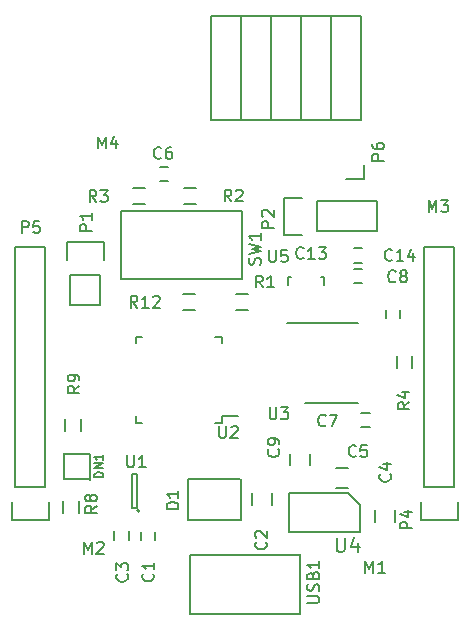
<source format=gto>
G04 #@! TF.FileFunction,Legend,Top*
%FSLAX46Y46*%
G04 Gerber Fmt 4.6, Leading zero omitted, Abs format (unit mm)*
G04 Created by KiCad (PCBNEW 4.0.2-stable) date 4/9/2016 9:23:23 PM*
%MOMM*%
G01*
G04 APERTURE LIST*
%ADD10C,0.100000*%
%ADD11C,0.150000*%
G04 APERTURE END LIST*
D10*
D11*
X93035680Y-120533680D02*
X93035680Y-121233680D01*
X91835680Y-121233680D02*
X91835680Y-120533680D01*
X101288480Y-117229000D02*
X101288480Y-118229000D01*
X102988480Y-118229000D02*
X102988480Y-117229000D01*
X90820800Y-120493040D02*
X90820800Y-121193040D01*
X89620800Y-121193040D02*
X89620800Y-120493040D01*
X113360000Y-119710000D02*
X113360000Y-118710000D01*
X111660000Y-118710000D02*
X111660000Y-119710000D01*
X108370000Y-116780000D02*
X109370000Y-116780000D01*
X109370000Y-115080000D02*
X108370000Y-115080000D01*
X94144580Y-90846200D02*
X93444580Y-90846200D01*
X93444580Y-89646200D02*
X94144580Y-89646200D01*
X110515920Y-110448800D02*
X111215920Y-110448800D01*
X111215920Y-111648800D02*
X110515920Y-111648800D01*
X112600000Y-102400000D02*
X112600000Y-101700000D01*
X113800000Y-101700000D02*
X113800000Y-102400000D01*
X104500000Y-113900000D02*
X104500000Y-114900000D01*
X106200000Y-114900000D02*
X106200000Y-113900000D01*
X109880000Y-96520000D02*
X110580000Y-96520000D01*
X110580000Y-97720000D02*
X109880000Y-97720000D01*
X109880000Y-98250000D02*
X110580000Y-98250000D01*
X110580000Y-99450000D02*
X109880000Y-99450000D01*
X97769680Y-85658960D02*
X97769680Y-76828960D01*
X100309680Y-85658960D02*
X97769680Y-85658960D01*
X100309680Y-76828960D02*
X97769680Y-76828960D01*
X97769680Y-76828960D02*
X97769680Y-85658960D01*
X100309680Y-76828960D02*
X100309680Y-85658960D01*
X102849680Y-76828960D02*
X100309680Y-76828960D01*
X102849680Y-85658960D02*
X100309680Y-85658960D01*
X100309680Y-85658960D02*
X100309680Y-76828960D01*
X102849680Y-85658960D02*
X102849680Y-76828960D01*
X105389680Y-85658960D02*
X102849680Y-85658960D01*
X105389680Y-76828960D02*
X102849680Y-76828960D01*
X102849680Y-76828960D02*
X102849680Y-85658960D01*
X105389680Y-76828960D02*
X105389680Y-85658960D01*
X107929680Y-76828960D02*
X105389680Y-76828960D01*
X107929680Y-85658960D02*
X105389680Y-85658960D01*
X105389680Y-85658960D02*
X105389680Y-76828960D01*
X107929680Y-85658960D02*
X107929680Y-76828960D01*
X110469680Y-85658960D02*
X107929680Y-85658960D01*
X109199680Y-90618960D02*
X110749680Y-90618960D01*
X110749680Y-90618960D02*
X110749680Y-89468960D01*
X110469680Y-85658960D02*
X110469680Y-76828960D01*
X110469680Y-76828960D02*
X107929680Y-76828960D01*
X107929680Y-76828960D02*
X107929680Y-85658960D01*
X100944300Y-101767000D02*
X99944300Y-101767000D01*
X99944300Y-100417000D02*
X100944300Y-100417000D01*
X96529780Y-92737300D02*
X95529780Y-92737300D01*
X95529780Y-91387300D02*
X96529780Y-91387300D01*
X92171140Y-92765240D02*
X91171140Y-92765240D01*
X91171140Y-91415240D02*
X92171140Y-91415240D01*
X113500000Y-106650000D02*
X113500000Y-105650000D01*
X114850000Y-105650000D02*
X114850000Y-106650000D01*
X86587960Y-117904640D02*
X86587960Y-118904640D01*
X85237960Y-118904640D02*
X85237960Y-117904640D01*
X85420840Y-111955200D02*
X85420840Y-110955200D01*
X86770840Y-110955200D02*
X86770840Y-111955200D01*
X95443420Y-100424620D02*
X96443420Y-100424620D01*
X96443420Y-101774620D02*
X95443420Y-101774620D01*
X91718080Y-118743200D02*
G75*
G03X91718080Y-118743200I-100000J0D01*
G01*
X91068080Y-118493200D02*
X91568080Y-118493200D01*
X91068080Y-115593200D02*
X91068080Y-118493200D01*
X91568080Y-115593200D02*
X91068080Y-115593200D01*
X91568080Y-118493200D02*
X91568080Y-115593200D01*
X98697200Y-111270200D02*
X98697200Y-110745200D01*
X91447200Y-111270200D02*
X91447200Y-110745200D01*
X91447200Y-104020200D02*
X91447200Y-104545200D01*
X98697200Y-104020200D02*
X98697200Y-104545200D01*
X98697200Y-111270200D02*
X98172200Y-111270200D01*
X98697200Y-104020200D02*
X98172200Y-104020200D01*
X91447200Y-104020200D02*
X91972200Y-104020200D01*
X91447200Y-111270200D02*
X91972200Y-111270200D01*
X98697200Y-110745200D02*
X100072200Y-110745200D01*
X105755480Y-109587640D02*
X110205480Y-109587640D01*
X104230480Y-102837640D02*
X110205480Y-102837640D01*
X107146040Y-98938080D02*
X107097780Y-98938080D01*
X104347060Y-99639120D02*
X104347060Y-98938080D01*
X104347060Y-98938080D02*
X104595980Y-98938080D01*
X107146040Y-98938080D02*
X107346700Y-98938080D01*
X107346700Y-98938080D02*
X107346700Y-99639120D01*
X95976440Y-122445780D02*
X105285540Y-122445780D01*
X95989140Y-122864880D02*
X95989140Y-122471180D01*
X105310940Y-122433080D02*
X105310940Y-127487680D01*
X105310940Y-127487680D02*
X96065340Y-127487680D01*
X95989140Y-127462280D02*
X95989140Y-122763280D01*
X85387180Y-113893600D02*
X87533480Y-113893600D01*
X87533480Y-113893600D02*
X87520780Y-113919000D01*
X85387180Y-116090700D02*
X85387180Y-113881400D01*
X87533480Y-116090700D02*
X85412580Y-116090700D01*
X87533480Y-113919000D02*
X87533480Y-116103400D01*
X85600000Y-95950000D02*
X85600000Y-97500000D01*
X85880000Y-101310000D02*
X85880000Y-98770000D01*
X85880000Y-98770000D02*
X88420000Y-98770000D01*
X88700000Y-97500000D02*
X88700000Y-95950000D01*
X88700000Y-95950000D02*
X85600000Y-95950000D01*
X88420000Y-98770000D02*
X88420000Y-101310000D01*
X88420000Y-101310000D02*
X85880000Y-101310000D01*
X105481120Y-92267440D02*
X103931120Y-92267440D01*
X103931120Y-92267440D02*
X103931120Y-95367440D01*
X103931120Y-95367440D02*
X105481120Y-95367440D01*
X106751120Y-92547440D02*
X111831120Y-92547440D01*
X111831120Y-92547440D02*
X111831120Y-95087440D01*
X111831120Y-95087440D02*
X106751120Y-95087440D01*
X106751120Y-95087440D02*
X106751120Y-92547440D01*
X110401360Y-118239700D02*
X109401360Y-117239700D01*
X109401360Y-117239700D02*
X104401360Y-117239700D01*
X104401360Y-117239700D02*
X104401360Y-120529700D01*
X104401360Y-120529700D02*
X110401360Y-120529700D01*
X110401360Y-120529700D02*
X110401360Y-118239700D01*
X81230000Y-116730000D02*
X81230000Y-96410000D01*
X81230000Y-96410000D02*
X83770000Y-96410000D01*
X83770000Y-96410000D02*
X83770000Y-116730000D01*
X80950000Y-119550000D02*
X80950000Y-118000000D01*
X81230000Y-116730000D02*
X83770000Y-116730000D01*
X84050000Y-118000000D02*
X84050000Y-119550000D01*
X84050000Y-119550000D02*
X80950000Y-119550000D01*
X90175080Y-93337380D02*
X90175080Y-99153980D01*
X90187780Y-99153980D02*
X100423980Y-99153980D01*
X100423980Y-93337380D02*
X100423980Y-99153980D01*
X90149680Y-93337380D02*
X100385880Y-93337380D01*
X115854480Y-116730000D02*
X115854480Y-96410000D01*
X115854480Y-96410000D02*
X118394480Y-96410000D01*
X118394480Y-96410000D02*
X118394480Y-116730000D01*
X115574480Y-119550000D02*
X115574480Y-118000000D01*
X115854480Y-116730000D02*
X118394480Y-116730000D01*
X118674480Y-118000000D02*
X118674480Y-119550000D01*
X118674480Y-119550000D02*
X115574480Y-119550000D01*
X95811340Y-116039900D02*
X95811340Y-119532400D01*
X95862140Y-119557800D02*
X100294440Y-119557800D01*
X100294440Y-116065300D02*
X100294440Y-119557800D01*
X95811340Y-116052600D02*
X100243640Y-116052600D01*
X87044476Y-122364381D02*
X87044476Y-121364381D01*
X87377810Y-122078667D01*
X87711143Y-121364381D01*
X87711143Y-122364381D01*
X88139714Y-121459619D02*
X88187333Y-121412000D01*
X88282571Y-121364381D01*
X88520667Y-121364381D01*
X88615905Y-121412000D01*
X88663524Y-121459619D01*
X88711143Y-121554857D01*
X88711143Y-121650095D01*
X88663524Y-121792952D01*
X88092095Y-122364381D01*
X88711143Y-122364381D01*
X110870476Y-123992381D02*
X110870476Y-122992381D01*
X111203810Y-123706667D01*
X111537143Y-122992381D01*
X111537143Y-123992381D01*
X112537143Y-123992381D02*
X111965714Y-123992381D01*
X112251428Y-123992381D02*
X112251428Y-122992381D01*
X112156190Y-123135238D01*
X112060952Y-123230476D01*
X111965714Y-123278095D01*
X116210476Y-93432381D02*
X116210476Y-92432381D01*
X116543810Y-93146667D01*
X116877143Y-92432381D01*
X116877143Y-93432381D01*
X117258095Y-92432381D02*
X117877143Y-92432381D01*
X117543809Y-92813333D01*
X117686667Y-92813333D01*
X117781905Y-92860952D01*
X117829524Y-92908571D01*
X117877143Y-93003810D01*
X117877143Y-93241905D01*
X117829524Y-93337143D01*
X117781905Y-93384762D01*
X117686667Y-93432381D01*
X117400952Y-93432381D01*
X117305714Y-93384762D01*
X117258095Y-93337143D01*
X92869023Y-124072946D02*
X92916642Y-124120565D01*
X92964261Y-124263422D01*
X92964261Y-124358660D01*
X92916642Y-124501518D01*
X92821404Y-124596756D01*
X92726166Y-124644375D01*
X92535690Y-124691994D01*
X92392832Y-124691994D01*
X92202356Y-124644375D01*
X92107118Y-124596756D01*
X92011880Y-124501518D01*
X91964261Y-124358660D01*
X91964261Y-124263422D01*
X92011880Y-124120565D01*
X92059499Y-124072946D01*
X92964261Y-123120565D02*
X92964261Y-123691994D01*
X92964261Y-123406280D02*
X91964261Y-123406280D01*
X92107118Y-123501518D01*
X92202356Y-123596756D01*
X92249975Y-123691994D01*
X102437143Y-121396666D02*
X102484762Y-121444285D01*
X102532381Y-121587142D01*
X102532381Y-121682380D01*
X102484762Y-121825238D01*
X102389524Y-121920476D01*
X102294286Y-121968095D01*
X102103810Y-122015714D01*
X101960952Y-122015714D01*
X101770476Y-121968095D01*
X101675238Y-121920476D01*
X101580000Y-121825238D01*
X101532381Y-121682380D01*
X101532381Y-121587142D01*
X101580000Y-121444285D01*
X101627619Y-121396666D01*
X101627619Y-121015714D02*
X101580000Y-120968095D01*
X101532381Y-120872857D01*
X101532381Y-120634761D01*
X101580000Y-120539523D01*
X101627619Y-120491904D01*
X101722857Y-120444285D01*
X101818095Y-120444285D01*
X101960952Y-120491904D01*
X102532381Y-121063333D01*
X102532381Y-120444285D01*
X90679543Y-124108506D02*
X90727162Y-124156125D01*
X90774781Y-124298982D01*
X90774781Y-124394220D01*
X90727162Y-124537078D01*
X90631924Y-124632316D01*
X90536686Y-124679935D01*
X90346210Y-124727554D01*
X90203352Y-124727554D01*
X90012876Y-124679935D01*
X89917638Y-124632316D01*
X89822400Y-124537078D01*
X89774781Y-124394220D01*
X89774781Y-124298982D01*
X89822400Y-124156125D01*
X89870019Y-124108506D01*
X89774781Y-123775173D02*
X89774781Y-123156125D01*
X90155733Y-123489459D01*
X90155733Y-123346601D01*
X90203352Y-123251363D01*
X90250971Y-123203744D01*
X90346210Y-123156125D01*
X90584305Y-123156125D01*
X90679543Y-123203744D01*
X90727162Y-123251363D01*
X90774781Y-123346601D01*
X90774781Y-123632316D01*
X90727162Y-123727554D01*
X90679543Y-123775173D01*
X112943343Y-115642866D02*
X112990962Y-115690485D01*
X113038581Y-115833342D01*
X113038581Y-115928580D01*
X112990962Y-116071438D01*
X112895724Y-116166676D01*
X112800486Y-116214295D01*
X112610010Y-116261914D01*
X112467152Y-116261914D01*
X112276676Y-116214295D01*
X112181438Y-116166676D01*
X112086200Y-116071438D01*
X112038581Y-115928580D01*
X112038581Y-115833342D01*
X112086200Y-115690485D01*
X112133819Y-115642866D01*
X112371914Y-114785723D02*
X113038581Y-114785723D01*
X111990962Y-115023819D02*
X112705248Y-115261914D01*
X112705248Y-114642866D01*
X110059694Y-114082423D02*
X110012075Y-114130042D01*
X109869218Y-114177661D01*
X109773980Y-114177661D01*
X109631122Y-114130042D01*
X109535884Y-114034804D01*
X109488265Y-113939566D01*
X109440646Y-113749090D01*
X109440646Y-113606232D01*
X109488265Y-113415756D01*
X109535884Y-113320518D01*
X109631122Y-113225280D01*
X109773980Y-113177661D01*
X109869218Y-113177661D01*
X110012075Y-113225280D01*
X110059694Y-113272899D01*
X110964456Y-113177661D02*
X110488265Y-113177661D01*
X110440646Y-113653851D01*
X110488265Y-113606232D01*
X110583503Y-113558613D01*
X110821599Y-113558613D01*
X110916837Y-113606232D01*
X110964456Y-113653851D01*
X111012075Y-113749090D01*
X111012075Y-113987185D01*
X110964456Y-114082423D01*
X110916837Y-114130042D01*
X110821599Y-114177661D01*
X110583503Y-114177661D01*
X110488265Y-114130042D01*
X110440646Y-114082423D01*
X93573334Y-88847143D02*
X93525715Y-88894762D01*
X93382858Y-88942381D01*
X93287620Y-88942381D01*
X93144762Y-88894762D01*
X93049524Y-88799524D01*
X93001905Y-88704286D01*
X92954286Y-88513810D01*
X92954286Y-88370952D01*
X93001905Y-88180476D01*
X93049524Y-88085238D01*
X93144762Y-87990000D01*
X93287620Y-87942381D01*
X93382858Y-87942381D01*
X93525715Y-87990000D01*
X93573334Y-88037619D01*
X94430477Y-87942381D02*
X94240000Y-87942381D01*
X94144762Y-87990000D01*
X94097143Y-88037619D01*
X94001905Y-88180476D01*
X93954286Y-88370952D01*
X93954286Y-88751905D01*
X94001905Y-88847143D01*
X94049524Y-88894762D01*
X94144762Y-88942381D01*
X94335239Y-88942381D01*
X94430477Y-88894762D01*
X94478096Y-88847143D01*
X94525715Y-88751905D01*
X94525715Y-88513810D01*
X94478096Y-88418571D01*
X94430477Y-88370952D01*
X94335239Y-88323333D01*
X94144762Y-88323333D01*
X94049524Y-88370952D01*
X94001905Y-88418571D01*
X93954286Y-88513810D01*
X107498854Y-111494843D02*
X107451235Y-111542462D01*
X107308378Y-111590081D01*
X107213140Y-111590081D01*
X107070282Y-111542462D01*
X106975044Y-111447224D01*
X106927425Y-111351986D01*
X106879806Y-111161510D01*
X106879806Y-111018652D01*
X106927425Y-110828176D01*
X106975044Y-110732938D01*
X107070282Y-110637700D01*
X107213140Y-110590081D01*
X107308378Y-110590081D01*
X107451235Y-110637700D01*
X107498854Y-110685319D01*
X107832187Y-110590081D02*
X108498854Y-110590081D01*
X108070282Y-111590081D01*
X113413334Y-99297143D02*
X113365715Y-99344762D01*
X113222858Y-99392381D01*
X113127620Y-99392381D01*
X112984762Y-99344762D01*
X112889524Y-99249524D01*
X112841905Y-99154286D01*
X112794286Y-98963810D01*
X112794286Y-98820952D01*
X112841905Y-98630476D01*
X112889524Y-98535238D01*
X112984762Y-98440000D01*
X113127620Y-98392381D01*
X113222858Y-98392381D01*
X113365715Y-98440000D01*
X113413334Y-98487619D01*
X113984762Y-98820952D02*
X113889524Y-98773333D01*
X113841905Y-98725714D01*
X113794286Y-98630476D01*
X113794286Y-98582857D01*
X113841905Y-98487619D01*
X113889524Y-98440000D01*
X113984762Y-98392381D01*
X114175239Y-98392381D01*
X114270477Y-98440000D01*
X114318096Y-98487619D01*
X114365715Y-98582857D01*
X114365715Y-98630476D01*
X114318096Y-98725714D01*
X114270477Y-98773333D01*
X114175239Y-98820952D01*
X113984762Y-98820952D01*
X113889524Y-98868571D01*
X113841905Y-98916190D01*
X113794286Y-99011429D01*
X113794286Y-99201905D01*
X113841905Y-99297143D01*
X113889524Y-99344762D01*
X113984762Y-99392381D01*
X114175239Y-99392381D01*
X114270477Y-99344762D01*
X114318096Y-99297143D01*
X114365715Y-99201905D01*
X114365715Y-99011429D01*
X114318096Y-98916190D01*
X114270477Y-98868571D01*
X114175239Y-98820952D01*
X103482143Y-113541666D02*
X103529762Y-113589285D01*
X103577381Y-113732142D01*
X103577381Y-113827380D01*
X103529762Y-113970238D01*
X103434524Y-114065476D01*
X103339286Y-114113095D01*
X103148810Y-114160714D01*
X103005952Y-114160714D01*
X102815476Y-114113095D01*
X102720238Y-114065476D01*
X102625000Y-113970238D01*
X102577381Y-113827380D01*
X102577381Y-113732142D01*
X102625000Y-113589285D01*
X102672619Y-113541666D01*
X103577381Y-113065476D02*
X103577381Y-112875000D01*
X103529762Y-112779761D01*
X103482143Y-112732142D01*
X103339286Y-112636904D01*
X103148810Y-112589285D01*
X102767857Y-112589285D01*
X102672619Y-112636904D01*
X102625000Y-112684523D01*
X102577381Y-112779761D01*
X102577381Y-112970238D01*
X102625000Y-113065476D01*
X102672619Y-113113095D01*
X102767857Y-113160714D01*
X103005952Y-113160714D01*
X103101190Y-113113095D01*
X103148810Y-113065476D01*
X103196429Y-112970238D01*
X103196429Y-112779761D01*
X103148810Y-112684523D01*
X103101190Y-112636904D01*
X103005952Y-112589285D01*
X105627143Y-97327143D02*
X105579524Y-97374762D01*
X105436667Y-97422381D01*
X105341429Y-97422381D01*
X105198571Y-97374762D01*
X105103333Y-97279524D01*
X105055714Y-97184286D01*
X105008095Y-96993810D01*
X105008095Y-96850952D01*
X105055714Y-96660476D01*
X105103333Y-96565238D01*
X105198571Y-96470000D01*
X105341429Y-96422381D01*
X105436667Y-96422381D01*
X105579524Y-96470000D01*
X105627143Y-96517619D01*
X106579524Y-97422381D02*
X106008095Y-97422381D01*
X106293809Y-97422381D02*
X106293809Y-96422381D01*
X106198571Y-96565238D01*
X106103333Y-96660476D01*
X106008095Y-96708095D01*
X106912857Y-96422381D02*
X107531905Y-96422381D01*
X107198571Y-96803333D01*
X107341429Y-96803333D01*
X107436667Y-96850952D01*
X107484286Y-96898571D01*
X107531905Y-96993810D01*
X107531905Y-97231905D01*
X107484286Y-97327143D01*
X107436667Y-97374762D01*
X107341429Y-97422381D01*
X107055714Y-97422381D01*
X106960476Y-97374762D01*
X106912857Y-97327143D01*
X113117143Y-97487143D02*
X113069524Y-97534762D01*
X112926667Y-97582381D01*
X112831429Y-97582381D01*
X112688571Y-97534762D01*
X112593333Y-97439524D01*
X112545714Y-97344286D01*
X112498095Y-97153810D01*
X112498095Y-97010952D01*
X112545714Y-96820476D01*
X112593333Y-96725238D01*
X112688571Y-96630000D01*
X112831429Y-96582381D01*
X112926667Y-96582381D01*
X113069524Y-96630000D01*
X113117143Y-96677619D01*
X114069524Y-97582381D02*
X113498095Y-97582381D01*
X113783809Y-97582381D02*
X113783809Y-96582381D01*
X113688571Y-96725238D01*
X113593333Y-96820476D01*
X113498095Y-96868095D01*
X114926667Y-96915714D02*
X114926667Y-97582381D01*
X114688571Y-96534762D02*
X114450476Y-97249048D01*
X115069524Y-97249048D01*
X112432381Y-89088095D02*
X111432381Y-89088095D01*
X111432381Y-88707142D01*
X111480000Y-88611904D01*
X111527619Y-88564285D01*
X111622857Y-88516666D01*
X111765714Y-88516666D01*
X111860952Y-88564285D01*
X111908571Y-88611904D01*
X111956190Y-88707142D01*
X111956190Y-89088095D01*
X111432381Y-87659523D02*
X111432381Y-87850000D01*
X111480000Y-87945238D01*
X111527619Y-87992857D01*
X111670476Y-88088095D01*
X111860952Y-88135714D01*
X112241905Y-88135714D01*
X112337143Y-88088095D01*
X112384762Y-88040476D01*
X112432381Y-87945238D01*
X112432381Y-87754761D01*
X112384762Y-87659523D01*
X112337143Y-87611904D01*
X112241905Y-87564285D01*
X112003810Y-87564285D01*
X111908571Y-87611904D01*
X111860952Y-87659523D01*
X111813333Y-87754761D01*
X111813333Y-87945238D01*
X111860952Y-88040476D01*
X111908571Y-88088095D01*
X112003810Y-88135714D01*
X102169934Y-99829881D02*
X101836600Y-99353690D01*
X101598505Y-99829881D02*
X101598505Y-98829881D01*
X101979458Y-98829881D01*
X102074696Y-98877500D01*
X102122315Y-98925119D01*
X102169934Y-99020357D01*
X102169934Y-99163214D01*
X102122315Y-99258452D01*
X102074696Y-99306071D01*
X101979458Y-99353690D01*
X101598505Y-99353690D01*
X103122315Y-99829881D02*
X102550886Y-99829881D01*
X102836600Y-99829881D02*
X102836600Y-98829881D01*
X102741362Y-98972738D01*
X102646124Y-99067976D01*
X102550886Y-99115595D01*
X99510554Y-92540081D02*
X99177220Y-92063890D01*
X98939125Y-92540081D02*
X98939125Y-91540081D01*
X99320078Y-91540081D01*
X99415316Y-91587700D01*
X99462935Y-91635319D01*
X99510554Y-91730557D01*
X99510554Y-91873414D01*
X99462935Y-91968652D01*
X99415316Y-92016271D01*
X99320078Y-92063890D01*
X98939125Y-92063890D01*
X99891506Y-91635319D02*
X99939125Y-91587700D01*
X100034363Y-91540081D01*
X100272459Y-91540081D01*
X100367697Y-91587700D01*
X100415316Y-91635319D01*
X100462935Y-91730557D01*
X100462935Y-91825795D01*
X100415316Y-91968652D01*
X99843887Y-92540081D01*
X100462935Y-92540081D01*
X88083334Y-92582381D02*
X87750000Y-92106190D01*
X87511905Y-92582381D02*
X87511905Y-91582381D01*
X87892858Y-91582381D01*
X87988096Y-91630000D01*
X88035715Y-91677619D01*
X88083334Y-91772857D01*
X88083334Y-91915714D01*
X88035715Y-92010952D01*
X87988096Y-92058571D01*
X87892858Y-92106190D01*
X87511905Y-92106190D01*
X88416667Y-91582381D02*
X89035715Y-91582381D01*
X88702381Y-91963333D01*
X88845239Y-91963333D01*
X88940477Y-92010952D01*
X88988096Y-92058571D01*
X89035715Y-92153810D01*
X89035715Y-92391905D01*
X88988096Y-92487143D01*
X88940477Y-92534762D01*
X88845239Y-92582381D01*
X88559524Y-92582381D01*
X88464286Y-92534762D01*
X88416667Y-92487143D01*
X114589281Y-109567866D02*
X114113090Y-109901200D01*
X114589281Y-110139295D02*
X113589281Y-110139295D01*
X113589281Y-109758342D01*
X113636900Y-109663104D01*
X113684519Y-109615485D01*
X113779757Y-109567866D01*
X113922614Y-109567866D01*
X114017852Y-109615485D01*
X114065471Y-109663104D01*
X114113090Y-109758342D01*
X114113090Y-110139295D01*
X113922614Y-108710723D02*
X114589281Y-108710723D01*
X113541662Y-108948819D02*
X114255948Y-109186914D01*
X114255948Y-108567866D01*
X88132381Y-118326666D02*
X87656190Y-118660000D01*
X88132381Y-118898095D02*
X87132381Y-118898095D01*
X87132381Y-118517142D01*
X87180000Y-118421904D01*
X87227619Y-118374285D01*
X87322857Y-118326666D01*
X87465714Y-118326666D01*
X87560952Y-118374285D01*
X87608571Y-118421904D01*
X87656190Y-118517142D01*
X87656190Y-118898095D01*
X87560952Y-117755238D02*
X87513333Y-117850476D01*
X87465714Y-117898095D01*
X87370476Y-117945714D01*
X87322857Y-117945714D01*
X87227619Y-117898095D01*
X87180000Y-117850476D01*
X87132381Y-117755238D01*
X87132381Y-117564761D01*
X87180000Y-117469523D01*
X87227619Y-117421904D01*
X87322857Y-117374285D01*
X87370476Y-117374285D01*
X87465714Y-117421904D01*
X87513333Y-117469523D01*
X87560952Y-117564761D01*
X87560952Y-117755238D01*
X87608571Y-117850476D01*
X87656190Y-117898095D01*
X87751429Y-117945714D01*
X87941905Y-117945714D01*
X88037143Y-117898095D01*
X88084762Y-117850476D01*
X88132381Y-117755238D01*
X88132381Y-117564761D01*
X88084762Y-117469523D01*
X88037143Y-117421904D01*
X87941905Y-117374285D01*
X87751429Y-117374285D01*
X87656190Y-117421904D01*
X87608571Y-117469523D01*
X87560952Y-117564761D01*
X86649821Y-108167466D02*
X86173630Y-108500800D01*
X86649821Y-108738895D02*
X85649821Y-108738895D01*
X85649821Y-108357942D01*
X85697440Y-108262704D01*
X85745059Y-108215085D01*
X85840297Y-108167466D01*
X85983154Y-108167466D01*
X86078392Y-108215085D01*
X86126011Y-108262704D01*
X86173630Y-108357942D01*
X86173630Y-108738895D01*
X86649821Y-107691276D02*
X86649821Y-107500800D01*
X86602202Y-107405561D01*
X86554583Y-107357942D01*
X86411726Y-107262704D01*
X86221250Y-107215085D01*
X85840297Y-107215085D01*
X85745059Y-107262704D01*
X85697440Y-107310323D01*
X85649821Y-107405561D01*
X85649821Y-107596038D01*
X85697440Y-107691276D01*
X85745059Y-107738895D01*
X85840297Y-107786514D01*
X86078392Y-107786514D01*
X86173630Y-107738895D01*
X86221250Y-107691276D01*
X86268869Y-107596038D01*
X86268869Y-107405561D01*
X86221250Y-107310323D01*
X86173630Y-107262704D01*
X86078392Y-107215085D01*
X91554063Y-101539301D02*
X91220729Y-101063110D01*
X90982634Y-101539301D02*
X90982634Y-100539301D01*
X91363587Y-100539301D01*
X91458825Y-100586920D01*
X91506444Y-100634539D01*
X91554063Y-100729777D01*
X91554063Y-100872634D01*
X91506444Y-100967872D01*
X91458825Y-101015491D01*
X91363587Y-101063110D01*
X90982634Y-101063110D01*
X92506444Y-101539301D02*
X91935015Y-101539301D01*
X92220729Y-101539301D02*
X92220729Y-100539301D01*
X92125491Y-100682158D01*
X92030253Y-100777396D01*
X91935015Y-100825015D01*
X92887396Y-100634539D02*
X92935015Y-100586920D01*
X93030253Y-100539301D01*
X93268349Y-100539301D01*
X93363587Y-100586920D01*
X93411206Y-100634539D01*
X93458825Y-100729777D01*
X93458825Y-100825015D01*
X93411206Y-100967872D01*
X92839777Y-101539301D01*
X93458825Y-101539301D01*
X90688095Y-114052381D02*
X90688095Y-114861905D01*
X90735714Y-114957143D01*
X90783333Y-115004762D01*
X90878571Y-115052381D01*
X91069048Y-115052381D01*
X91164286Y-115004762D01*
X91211905Y-114957143D01*
X91259524Y-114861905D01*
X91259524Y-114052381D01*
X92259524Y-115052381D02*
X91688095Y-115052381D01*
X91973809Y-115052381D02*
X91973809Y-114052381D01*
X91878571Y-114195238D01*
X91783333Y-114290476D01*
X91688095Y-114338095D01*
X98488095Y-111577381D02*
X98488095Y-112386905D01*
X98535714Y-112482143D01*
X98583333Y-112529762D01*
X98678571Y-112577381D01*
X98869048Y-112577381D01*
X98964286Y-112529762D01*
X99011905Y-112482143D01*
X99059524Y-112386905D01*
X99059524Y-111577381D01*
X99488095Y-111672619D02*
X99535714Y-111625000D01*
X99630952Y-111577381D01*
X99869048Y-111577381D01*
X99964286Y-111625000D01*
X100011905Y-111672619D01*
X100059524Y-111767857D01*
X100059524Y-111863095D01*
X100011905Y-112005952D01*
X99440476Y-112577381D01*
X100059524Y-112577381D01*
X102748175Y-109983021D02*
X102748175Y-110792545D01*
X102795794Y-110887783D01*
X102843413Y-110935402D01*
X102938651Y-110983021D01*
X103129128Y-110983021D01*
X103224366Y-110935402D01*
X103271985Y-110887783D01*
X103319604Y-110792545D01*
X103319604Y-109983021D01*
X103700556Y-109983021D02*
X104319604Y-109983021D01*
X103986270Y-110363973D01*
X104129128Y-110363973D01*
X104224366Y-110411592D01*
X104271985Y-110459211D01*
X104319604Y-110554450D01*
X104319604Y-110792545D01*
X104271985Y-110887783D01*
X104224366Y-110935402D01*
X104129128Y-110983021D01*
X103843413Y-110983021D01*
X103748175Y-110935402D01*
X103700556Y-110887783D01*
X102708095Y-96662381D02*
X102708095Y-97471905D01*
X102755714Y-97567143D01*
X102803333Y-97614762D01*
X102898571Y-97662381D01*
X103089048Y-97662381D01*
X103184286Y-97614762D01*
X103231905Y-97567143D01*
X103279524Y-97471905D01*
X103279524Y-96662381D01*
X104231905Y-96662381D02*
X103755714Y-96662381D01*
X103708095Y-97138571D01*
X103755714Y-97090952D01*
X103850952Y-97043333D01*
X104089048Y-97043333D01*
X104184286Y-97090952D01*
X104231905Y-97138571D01*
X104279524Y-97233810D01*
X104279524Y-97471905D01*
X104231905Y-97567143D01*
X104184286Y-97614762D01*
X104089048Y-97662381D01*
X103850952Y-97662381D01*
X103755714Y-97614762D01*
X103708095Y-97567143D01*
X105952381Y-126528095D02*
X106761905Y-126528095D01*
X106857143Y-126480476D01*
X106904762Y-126432857D01*
X106952381Y-126337619D01*
X106952381Y-126147142D01*
X106904762Y-126051904D01*
X106857143Y-126004285D01*
X106761905Y-125956666D01*
X105952381Y-125956666D01*
X106904762Y-125528095D02*
X106952381Y-125385238D01*
X106952381Y-125147142D01*
X106904762Y-125051904D01*
X106857143Y-125004285D01*
X106761905Y-124956666D01*
X106666667Y-124956666D01*
X106571429Y-125004285D01*
X106523810Y-125051904D01*
X106476190Y-125147142D01*
X106428571Y-125337619D01*
X106380952Y-125432857D01*
X106333333Y-125480476D01*
X106238095Y-125528095D01*
X106142857Y-125528095D01*
X106047619Y-125480476D01*
X106000000Y-125432857D01*
X105952381Y-125337619D01*
X105952381Y-125099523D01*
X106000000Y-124956666D01*
X106428571Y-124194761D02*
X106476190Y-124051904D01*
X106523810Y-124004285D01*
X106619048Y-123956666D01*
X106761905Y-123956666D01*
X106857143Y-124004285D01*
X106904762Y-124051904D01*
X106952381Y-124147142D01*
X106952381Y-124528095D01*
X105952381Y-124528095D01*
X105952381Y-124194761D01*
X106000000Y-124099523D01*
X106047619Y-124051904D01*
X106142857Y-124004285D01*
X106238095Y-124004285D01*
X106333333Y-124051904D01*
X106380952Y-124099523D01*
X106428571Y-124194761D01*
X106428571Y-124528095D01*
X106952381Y-123004285D02*
X106952381Y-123575714D01*
X106952381Y-123290000D02*
X105952381Y-123290000D01*
X106095238Y-123385238D01*
X106190476Y-123480476D01*
X106238095Y-123575714D01*
X88660166Y-115906829D02*
X87910166Y-115906829D01*
X87910166Y-115728257D01*
X87945880Y-115621114D01*
X88017309Y-115549686D01*
X88088737Y-115513971D01*
X88231594Y-115478257D01*
X88338737Y-115478257D01*
X88481594Y-115513971D01*
X88553023Y-115549686D01*
X88624451Y-115621114D01*
X88660166Y-115728257D01*
X88660166Y-115906829D01*
X88660166Y-115156829D02*
X87910166Y-115156829D01*
X88660166Y-114728257D01*
X87910166Y-114728257D01*
X88660166Y-113978257D02*
X88660166Y-114406829D01*
X88660166Y-114192543D02*
X87910166Y-114192543D01*
X88017309Y-114263972D01*
X88088737Y-114335400D01*
X88124451Y-114406829D01*
X87702381Y-95048095D02*
X86702381Y-95048095D01*
X86702381Y-94667142D01*
X86750000Y-94571904D01*
X86797619Y-94524285D01*
X86892857Y-94476666D01*
X87035714Y-94476666D01*
X87130952Y-94524285D01*
X87178571Y-94571904D01*
X87226190Y-94667142D01*
X87226190Y-95048095D01*
X87702381Y-93524285D02*
X87702381Y-94095714D01*
X87702381Y-93810000D02*
X86702381Y-93810000D01*
X86845238Y-93905238D01*
X86940476Y-94000476D01*
X86988095Y-94095714D01*
X103088701Y-94784135D02*
X102088701Y-94784135D01*
X102088701Y-94403182D01*
X102136320Y-94307944D01*
X102183939Y-94260325D01*
X102279177Y-94212706D01*
X102422034Y-94212706D01*
X102517272Y-94260325D01*
X102564891Y-94307944D01*
X102612510Y-94403182D01*
X102612510Y-94784135D01*
X102183939Y-93831754D02*
X102136320Y-93784135D01*
X102088701Y-93688897D01*
X102088701Y-93450801D01*
X102136320Y-93355563D01*
X102183939Y-93307944D01*
X102279177Y-93260325D01*
X102374415Y-93260325D01*
X102517272Y-93307944D01*
X103088701Y-93879373D01*
X103088701Y-93260325D01*
X108435714Y-121032857D02*
X108435714Y-122004286D01*
X108492857Y-122118571D01*
X108550000Y-122175714D01*
X108664286Y-122232857D01*
X108892857Y-122232857D01*
X109007143Y-122175714D01*
X109064286Y-122118571D01*
X109121429Y-122004286D01*
X109121429Y-121032857D01*
X110207143Y-121432857D02*
X110207143Y-122232857D01*
X109921429Y-120975714D02*
X109635714Y-121832857D01*
X110378572Y-121832857D01*
X81781905Y-95222381D02*
X81781905Y-94222381D01*
X82162858Y-94222381D01*
X82258096Y-94270000D01*
X82305715Y-94317619D01*
X82353334Y-94412857D01*
X82353334Y-94555714D01*
X82305715Y-94650952D01*
X82258096Y-94698571D01*
X82162858Y-94746190D01*
X81781905Y-94746190D01*
X83258096Y-94222381D02*
X82781905Y-94222381D01*
X82734286Y-94698571D01*
X82781905Y-94650952D01*
X82877143Y-94603333D01*
X83115239Y-94603333D01*
X83210477Y-94650952D01*
X83258096Y-94698571D01*
X83305715Y-94793810D01*
X83305715Y-95031905D01*
X83258096Y-95127143D01*
X83210477Y-95174762D01*
X83115239Y-95222381D01*
X82877143Y-95222381D01*
X82781905Y-95174762D01*
X82734286Y-95127143D01*
X101938722Y-97893973D02*
X101986341Y-97751116D01*
X101986341Y-97513020D01*
X101938722Y-97417782D01*
X101891103Y-97370163D01*
X101795865Y-97322544D01*
X101700627Y-97322544D01*
X101605389Y-97370163D01*
X101557770Y-97417782D01*
X101510150Y-97513020D01*
X101462531Y-97703497D01*
X101414912Y-97798735D01*
X101367293Y-97846354D01*
X101272055Y-97893973D01*
X101176817Y-97893973D01*
X101081579Y-97846354D01*
X101033960Y-97798735D01*
X100986341Y-97703497D01*
X100986341Y-97465401D01*
X101033960Y-97322544D01*
X100986341Y-96989211D02*
X101986341Y-96751116D01*
X101272055Y-96560639D01*
X101986341Y-96370163D01*
X100986341Y-96132068D01*
X101986341Y-95227306D02*
X101986341Y-95798735D01*
X101986341Y-95513021D02*
X100986341Y-95513021D01*
X101129198Y-95608259D01*
X101224436Y-95703497D01*
X101272055Y-95798735D01*
X88210476Y-88052381D02*
X88210476Y-87052381D01*
X88543810Y-87766667D01*
X88877143Y-87052381D01*
X88877143Y-88052381D01*
X89781905Y-87385714D02*
X89781905Y-88052381D01*
X89543809Y-87004762D02*
X89305714Y-87719048D01*
X89924762Y-87719048D01*
X114832381Y-120238095D02*
X113832381Y-120238095D01*
X113832381Y-119857142D01*
X113880000Y-119761904D01*
X113927619Y-119714285D01*
X114022857Y-119666666D01*
X114165714Y-119666666D01*
X114260952Y-119714285D01*
X114308571Y-119761904D01*
X114356190Y-119857142D01*
X114356190Y-120238095D01*
X114165714Y-118809523D02*
X114832381Y-118809523D01*
X113784762Y-119047619D02*
X114499048Y-119285714D01*
X114499048Y-118666666D01*
X95036901Y-118571235D02*
X94036901Y-118571235D01*
X94036901Y-118333140D01*
X94084520Y-118190282D01*
X94179758Y-118095044D01*
X94274996Y-118047425D01*
X94465472Y-117999806D01*
X94608330Y-117999806D01*
X94798806Y-118047425D01*
X94894044Y-118095044D01*
X94989282Y-118190282D01*
X95036901Y-118333140D01*
X95036901Y-118571235D01*
X95036901Y-117047425D02*
X95036901Y-117618854D01*
X95036901Y-117333140D02*
X94036901Y-117333140D01*
X94179758Y-117428378D01*
X94274996Y-117523616D01*
X94322615Y-117618854D01*
M02*

</source>
